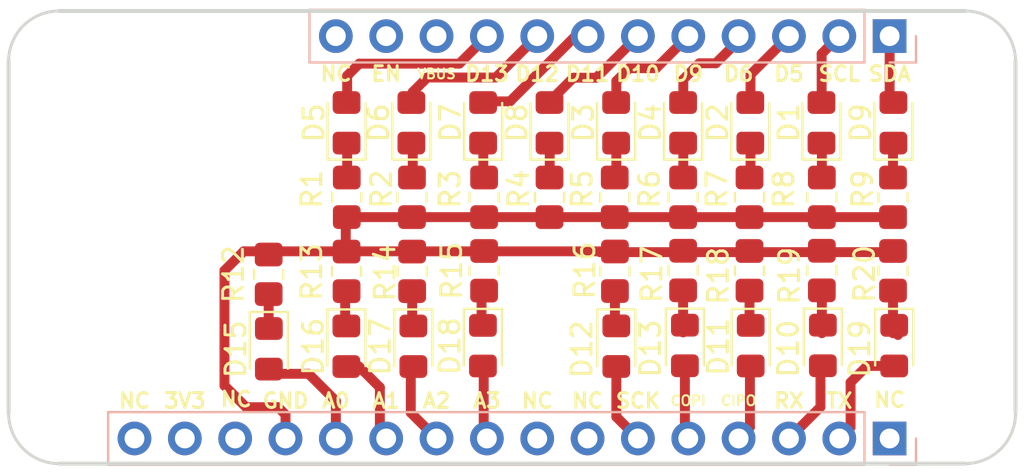
<source format=kicad_pcb>
(kicad_pcb (version 20211014) (generator pcbnew)
  (layers (0 "F.Cu" signal) (31 "B.Cu" signal) (34 "B.Paste" user) (35 "F.Paste" user) (36 "B.SilkS" user "B.Silkscreen") (37 "F.SilkS" user "F.Silkscreen") (38 "B.Mask" user) (39 "F.Mask" user) (44 "Edge.Cuts" user))
  (net 0 "")
  (net 1 "/TX")
  (net 2 "/RX")
  (net 3 "/MISO")
  (net 4 "/MOSI")
  (net 5 "/SCK")
  (net 6 "/A5")
  (net 7 "/A4")
  (net 8 "/A3")
  (net 9 "/A2")
  (net 10 "/A1")
  (net 11 "/A0")
  (net 12 "GND")
  (net 13 "+3V3")
  (net 14 "/SDA")
  (net 15 "/SCL")
  (net 16 "/VUSB")
  (net 17 "/EN")
  (net 18 "/VBAT")
  (net 19 "Net-(D1-Pad1)")
  (net 20 "Net-(D2-Pad1)")
  (net 21 "/D5")
  (net 22 "Net-(D3-Pad1)")
  (net 23 "/D9")
  (net 24 "Net-(D4-Pad1)")
  (net 25 "/D6")
  (net 26 "/D13")
  (net 27 "Net-(D5-Pad1)")
  (net 28 "Net-(D6-Pad1)")
  (net 29 "/D12")
  (net 30 "Net-(D7-Pad1)")
  (net 31 "/D11")
  (net 32 "/D10")
  (net 33 "Net-(D8-Pad1)")
  (net 34 "Net-(D9-Pad1)")
  (net 35 "Net-(D10-Pad1)")
  (net 36 "Net-(D11-Pad1)")
  (net 37 "Net-(D12-Pad1)")
  (net 38 "Net-(D13-Pad1)")
  (net 39 "Net-(D15-Pad1)")
  (net 40 "Net-(D16-Pad1)")
  (net 41 "Net-(D17-Pad1)")
  (net 42 "Net-(D18-Pad1)")
  (net 43 "Net-(D19-Pad1)")
  (net 44 "Net-(J1-Pad1)")
  (net 45 "Net-(J1-Pad14)")
  (net 46 "Net-(J1-Pad16)")
  (footprint "MountingHole:MountingHole_2.7mm_M2.5" (layer "F.Cu") (at 129.26 68.37)
    (fp_text reference "REF**" hide)
    (fp_text value "MountingHole_2.7mm_M2.5" hide)
    (pad "" np_thru_hole circle locked (at 0 0) (size 2.7 2.7) (drill 2.7) (layers *.Cu *.Mask))
  )
  (footprint "MountingHole:MountingHole_2.7mm_M2.5" (layer "F.Cu") (at 129.26 86.15)
    (fp_text reference "REF**" hide)
    (fp_text value "MountingHole_2.7mm_M2.5" hide)
    (pad "" np_thru_hole circle locked (at 0 0) (size 2.7 2.7) (drill 2.7) (layers *.Cu *.Mask))
  )
  (footprint "MountingHole:MountingHole_2.7mm_M2.5" (layer "F.Cu") (at 174.98 86.15)
    (fp_text reference "REF**" hide)
    (fp_text value "MountingHole_2.7mm_M2.5" hide)
    (pad "" np_thru_hole circle locked (at 0 0) (size 2.7 2.7) (drill 2.7) (layers *.Cu *.Mask))
  )
  (footprint "MountingHole:MountingHole_2.7mm_M2.5" (layer "F.Cu") (at 174.98 68.37)
    (fp_text reference "REF**" hide)
    (fp_text value "MountingHole_2.7mm_M2.5" hide)
    (pad "" np_thru_hole circle locked (at 0 0) (size 2.7 2.7) (drill 2.7) (layers *.Cu *.Mask))
  )
  (footprint "LED_SMD:LED_0805_2012Metric_Pad1.15x1.40mm_HandSolder" (layer "F.Cu") (at 164.14 71.4775 90)
    (fp_text reference "D2" (at 0 -1.65 90) (layer "F.SilkS"))
    (fp_text value "D5")
    (fp_line (start -1.86 -0.96) (end -1.86 0.96) (layer "F.SilkS") (width 0.12))
    (fp_line (start 1 -0.96) (end -1.86 -0.96) (layer "F.SilkS") (width 0.12))
    (fp_line (start -1.86 0.96) (end 1 0.96) (layer "F.SilkS") (width 0.12))
    (pad "1" smd roundrect locked (at -1.025 0 90) (size 1.15 1.4) (layers "F.Cu" "F.Paste" "F.Mask") (roundrect_rratio 0.217391) (net 20 "Net-(D2-Pad1)"))
    (pad "2" smd roundrect locked (at 1.025 0 90) (size 1.15 1.4) (layers "F.Cu" "F.Paste" "F.Mask") (roundrect_rratio 0.217391) (net 21 "/D5"))
  )
  (footprint "LED_SMD:LED_0805_2012Metric_Pad1.15x1.40mm_HandSolder" (layer "F.Cu") (at 157.37 71.4775 90)
    (fp_text reference "D3" (at 0 -1.65 90) (layer "F.SilkS"))
    (fp_text value "D9")
    (fp_line (start -1.86 0.96) (end 1 0.96) (layer "F.SilkS") (width 0.12))
    (fp_line (start 1 -0.96) (end -1.86 -0.96) (layer "F.SilkS") (width 0.12))
    (fp_line (start -1.86 -0.96) (end -1.86 0.96) (layer "F.SilkS") (width 0.12))
    (pad "1" smd roundrect locked (at -1.025 0 90) (size 1.15 1.4) (layers "F.Cu" "F.Paste" "F.Mask") (roundrect_rratio 0.217391) (net 22 "Net-(D3-Pad1)"))
    (pad "2" smd roundrect locked (at 1.025 0 90) (size 1.15 1.4) (layers "F.Cu" "F.Paste" "F.Mask") (roundrect_rratio 0.217391) (net 23 "/D9"))
  )
  (footprint "LED_SMD:LED_0805_2012Metric_Pad1.15x1.40mm_HandSolder" (layer "F.Cu") (at 160.75 71.4775 90)
    (fp_text reference "D4" (at 0 -1.65 90) (layer "F.SilkS"))
    (fp_text value "D6")
    (fp_line (start 1 -0.96) (end -1.86 -0.96) (layer "F.SilkS") (width 0.12))
    (fp_line (start -1.86 0.96) (end 1 0.96) (layer "F.SilkS") (width 0.12))
    (fp_line (start -1.86 -0.96) (end -1.86 0.96) (layer "F.SilkS") (width 0.12))
    (pad "1" smd roundrect locked (at -1.025 0 90) (size 1.15 1.4) (layers "F.Cu" "F.Paste" "F.Mask") (roundrect_rratio 0.217391) (net 24 "Net-(D4-Pad1)"))
    (pad "2" smd roundrect locked (at 1.025 0 90) (size 1.15 1.4) (layers "F.Cu" "F.Paste" "F.Mask") (roundrect_rratio 0.217391) (net 25 "/D6"))
  )
  (footprint "LED_SMD:LED_0805_2012Metric_Pad1.15x1.40mm_HandSolder" (layer "F.Cu") (at 143.77 71.4775 90)
    (fp_text reference "D5" (at 0 -1.65 90) (layer "F.SilkS"))
    (fp_text value "D13")
    (fp_line (start 1 -0.96) (end -1.86 -0.96) (layer "F.SilkS") (width 0.12))
    (fp_line (start -1.86 -0.96) (end -1.86 0.96) (layer "F.SilkS") (width 0.12))
    (fp_line (start -1.86 0.96) (end 1 0.96) (layer "F.SilkS") (width 0.12))
    (pad "1" smd roundrect locked (at -1.025 0 90) (size 1.15 1.4) (layers "F.Cu" "F.Paste" "F.Mask") (roundrect_rratio 0.217391) (net 27 "Net-(D5-Pad1)"))
    (pad "2" smd roundrect locked (at 1.025 0 90) (size 1.15 1.4) (layers "F.Cu" "F.Paste" "F.Mask") (roundrect_rratio 0.217391) (net 26 "/D13"))
  )
  (footprint "LED_SMD:LED_0805_2012Metric_Pad1.15x1.40mm_HandSolder" (layer "F.Cu") (at 147.04 71.4775 90)
    (fp_text reference "D6" (at 0 -1.65 90) (layer "F.SilkS"))
    (fp_text value "D12")
    (fp_line (start 1 -0.96) (end -1.86 -0.96) (layer "F.SilkS") (width 0.12))
    (fp_line (start -1.86 0.96) (end 1 0.96) (layer "F.SilkS") (width 0.12))
    (fp_line (start -1.86 -0.96) (end -1.86 0.96) (layer "F.SilkS") (width 0.12))
    (pad "1" smd roundrect locked (at -1.025 0 90) (size 1.15 1.4) (layers "F.Cu" "F.Paste" "F.Mask") (roundrect_rratio 0.217391) (net 28 "Net-(D6-Pad1)"))
    (pad "2" smd roundrect locked (at 1.025 0 90) (size 1.15 1.4) (layers "F.Cu" "F.Paste" "F.Mask") (roundrect_rratio 0.217391) (net 29 "/D12"))
  )
  (footprint "LED_SMD:LED_0805_2012Metric_Pad1.15x1.40mm_HandSolder" (layer "F.Cu") (at 150.66 71.4775 90)
    (fp_text reference "D7" (at 0 -1.65 90) (layer "F.SilkS"))
    (fp_text value "D11")
    (fp_line (start -1.86 -0.96) (end -1.86 0.96) (layer "F.SilkS") (width 0.12))
    (fp_line (start -1.86 0.96) (end 1 0.96) (layer "F.SilkS") (width 0.12))
    (fp_line (start 1 -0.96) (end -1.86 -0.96) (layer "F.SilkS") (width 0.12))
    (pad "1" smd roundrect locked (at -1.025 0 90) (size 1.15 1.4) (layers "F.Cu" "F.Paste" "F.Mask") (roundrect_rratio 0.217391) (net 30 "Net-(D7-Pad1)"))
    (pad "2" smd roundrect locked (at 1.025 0 90) (size 1.15 1.4) (layers "F.Cu" "F.Paste" "F.Mask") (roundrect_rratio 0.217391) (net 31 "/D11"))
  )
  (footprint "LED_SMD:LED_0805_2012Metric_Pad1.15x1.40mm_HandSolder" (layer "F.Cu") (at 154.01 71.4775 90)
    (fp_text reference "D8" (at 0 -1.65 90) (layer "F.SilkS"))
    (fp_text value "D10")
    (fp_line (start -1.86 0.96) (end 1 0.96) (layer "F.SilkS") (width 0.12))
    (fp_line (start 1 -0.96) (end -1.86 -0.96) (layer "F.SilkS") (width 0.12))
    (fp_line (start -1.86 -0.96) (end -1.86 0.96) (layer "F.SilkS") (width 0.12))
    (pad "1" smd roundrect locked (at -1.025 0 90) (size 1.15 1.4) (layers "F.Cu" "F.Paste" "F.Mask") (roundrect_rratio 0.217391) (net 33 "Net-(D8-Pad1)"))
    (pad "2" smd roundrect locked (at 1.025 0 90) (size 1.15 1.4) (layers "F.Cu" "F.Paste" "F.Mask") (roundrect_rratio 0.217391) (net 32 "/D10"))
  )
  (footprint "LED_SMD:LED_0805_2012Metric_Pad1.15x1.40mm_HandSolder" (layer "F.Cu") (at 171.36 71.4775 90)
    (fp_text reference "D9" (at 0 -1.65 270) (layer "F.SilkS"))
    (fp_text value "SDA")
    (fp_line (start 1 -0.96) (end -1.86 -0.96) (layer "F.SilkS") (width 0.12))
    (fp_line (start -1.86 -0.96) (end -1.86 0.96) (layer "F.SilkS") (width 0.12))
    (fp_line (start -1.86 0.96) (end 1 0.96) (layer "F.SilkS") (width 0.12))
    (pad "1" smd roundrect locked (at -1.025 0 90) (size 1.15 1.4) (layers "F.Cu" "F.Paste" "F.Mask") (roundrect_rratio 0.217391) (net 34 "Net-(D9-Pad1)"))
    (pad "2" smd roundrect locked (at 1.025 0 90) (size 1.15 1.4) (layers "F.Cu" "F.Paste" "F.Mask") (roundrect_rratio 0.217391) (net 14 "/SDA"))
  )
  (footprint "LED_SMD:LED_0805_2012Metric_Pad1.15x1.40mm_HandSolder" (layer "F.Cu") (at 157.38 82.75875 -90)
    (fp_text reference "D12" (at 0.1575 1.74 90) (layer "F.SilkS"))
    (fp_text value "A4")
    (fp_line (start -1.86 0.96) (end 1 0.96) (layer "F.SilkS") (width 0.12))
    (fp_line (start 1 -0.96) (end -1.86 -0.96) (layer "F.SilkS") (width 0.12))
    (fp_line (start -1.86 -0.96) (end -1.86 0.96) (layer "F.SilkS") (width 0.12))
    (pad "1" smd roundrect locked (at -1.025 0 270) (size 1.15 1.4) (layers "F.Cu" "F.Paste" "F.Mask") (roundrect_rratio 0.217391) (net 37 "Net-(D12-Pad1)"))
    (pad "2" smd roundrect locked (at 1.025 0 270) (size 1.15 1.4) (layers "F.Cu" "F.Paste" "F.Mask") (roundrect_rratio 0.217391) (net 5 "/SCK"))
  )
  (footprint "LED_SMD:LED_0805_2012Metric_Pad1.15x1.40mm_HandSolder" (layer "F.Cu") (at 160.84 82.7225 -90)
    (fp_text reference "D13" (at 0.1575 1.74 90) (layer "F.SilkS"))
    (fp_text value "A5")
    (fp_line (start -1.86 -0.96) (end -1.86 0.96) (layer "F.SilkS") (width 0.12))
    (fp_line (start 1 -0.96) (end -1.86 -0.96) (layer "F.SilkS") (width 0.12))
    (fp_line (start -1.86 0.96) (end 1 0.96) (layer "F.SilkS") (width 0.12))
    (pad "1" smd roundrect locked (at -1.025 0 270) (size 1.15 1.4) (layers "F.Cu" "F.Paste" "F.Mask") (roundrect_rratio 0.217391) (net 38 "Net-(D13-Pad1)"))
    (pad "2" smd roundrect locked (at 1.025 0 270) (size 1.15 1.4) (layers "F.Cu" "F.Paste" "F.Mask") (roundrect_rratio 0.217391) (net 4 "/MOSI"))
  )
  (footprint "LED_SMD:LED_0805_2012Metric_Pad1.15x1.40mm_HandSolder" (layer "F.Cu") (at 139.85 82.8925 -90)
    (fp_text reference "D15" (at 0.02 1.67 90) (layer "F.SilkS"))
    (fp_text value "A0")
    (fp_line (start -1.86 -0.96) (end -1.86 0.96) (layer "F.SilkS") (width 0.12))
    (fp_line (start -1.86 0.96) (end 1 0.96) (layer "F.SilkS") (width 0.12))
    (fp_line (start 1 -0.96) (end -1.86 -0.96) (layer "F.SilkS") (width 0.12))
    (pad "1" smd roundrect locked (at -1.025 0 270) (size 1.15 1.4) (layers "F.Cu" "F.Paste" "F.Mask") (roundrect_rratio 0.217391) (net 39 "Net-(D15-Pad1)"))
    (pad "2" smd roundrect locked (at 1.025 0 270) (size 1.15 1.4) (layers "F.Cu" "F.Paste" "F.Mask") (roundrect_rratio 0.217391) (net 11 "/A0"))
  )
  (footprint "LED_SMD:LED_0805_2012Metric_Pad1.15x1.40mm_HandSolder" (layer "F.Cu") (at 147.14 82.7625 -90)
    (fp_text reference "D17" (at 0.02 1.67 90) (layer "F.SilkS"))
    (fp_text value "A2")
    (fp_line (start 1 -0.96) (end -1.86 -0.96) (layer "F.SilkS") (width 0.12))
    (fp_line (start -1.86 0.96) (end 1 0.96) (layer "F.SilkS") (width 0.12))
    (fp_line (start -1.86 -0.96) (end -1.86 0.96) (layer "F.SilkS") (width 0.12))
    (pad "1" smd roundrect locked (at -1.025 0 270) (size 1.15 1.4) (layers "F.Cu" "F.Paste" "F.Mask") (roundrect_rratio 0.217391) (net 41 "Net-(D17-Pad1)"))
    (pad "2" smd roundrect locked (at 1.025 0 270) (size 1.15 1.4) (layers "F.Cu" "F.Paste" "F.Mask") (roundrect_rratio 0.217391) (net 9 "/A2"))
  )
  (footprint "LED_SMD:LED_0805_2012Metric_Pad1.15x1.40mm_HandSolder" (layer "F.Cu") (at 150.65 82.735 -90)
    (fp_text reference "D18" (at 0.02 1.67 90) (layer "F.SilkS"))
    (fp_text value "A3")
    (fp_line (start -1.86 0.96) (end 1 0.96) (layer "F.SilkS") (width 0.12))
    (fp_line (start 1 -0.96) (end -1.86 -0.96) (layer "F.SilkS") (width 0.12))
    (fp_line (start -1.86 -0.96) (end -1.86 0.96) (layer "F.SilkS") (width 0.12))
    (pad "1" smd roundrect locked (at -1.025 0 270) (size 1.15 1.4) (layers "F.Cu" "F.Paste" "F.Mask") (roundrect_rratio 0.217391) (net 42 "Net-(D18-Pad1)"))
    (pad "2" smd roundrect locked (at 1.025 0 270) (size 1.15 1.4) (layers "F.Cu" "F.Paste" "F.Mask") (roundrect_rratio 0.217391) (net 8 "/A3"))
  )
  (footprint "Resistor_SMD:R_0805_2012Metric_Pad1.20x1.40mm_HandSolder" (layer "F.Cu") (at 143.78 75.24 -90)
    (fp_text reference "R1" (at -0.41 1.77 90) (layer "F.SilkS"))
    (fp_text value "1K")
    (fp_line (start -0.227064 -0.735) (end 0.227064 -0.735) (layer "F.SilkS") (width 0.12))
    (fp_line (start -0.227064 0.735) (end 0.227064 0.735) (layer "F.SilkS") (width 0.12))
    (pad "1" smd roundrect locked (at -1 0 270) (size 1.2 1.4) (layers "F.Cu" "F.Paste" "F.Mask") (roundrect_rratio 0.208333) (net 27 "Net-(D5-Pad1)"))
    (pad "2" smd roundrect locked (at 1 0 270) (size 1.2 1.4) (layers "F.Cu" "F.Paste" "F.Mask") (roundrect_rratio 0.208333) (net 12 "GND"))
  )
  (footprint "Resistor_SMD:R_0805_2012Metric_Pad1.20x1.40mm_HandSolder" (layer "F.Cu") (at 147.07 75.24 -90)
    (fp_text reference "R2" (at -0.41 1.54 90) (layer "F.SilkS"))
    (fp_text value "1K")
    (fp_line (start -0.227064 0.735) (end 0.227064 0.735) (layer "F.SilkS") (width 0.12))
    (fp_line (start -0.227064 -0.735) (end 0.227064 -0.735) (layer "F.SilkS") (width 0.12))
    (pad "1" smd roundrect locked (at -1 0 270) (size 1.2 1.4) (layers "F.Cu" "F.Paste" "F.Mask") (roundrect_rratio 0.208333) (net 28 "Net-(D6-Pad1)"))
    (pad "2" smd roundrect locked (at 1 0 270) (size 1.2 1.4) (layers "F.Cu" "F.Paste" "F.Mask") (roundrect_rratio 0.208333) (net 12 "GND"))
  )
  (footprint "Resistor_SMD:R_0805_2012Metric_Pad1.20x1.40mm_HandSolder" (layer "F.Cu") (at 150.71 75.24 -90)
    (fp_text reference "R3" (at -0.41 1.72 90) (layer "F.SilkS"))
    (fp_text value "1K")
    (fp_line (start -0.227064 0.735) (end 0.227064 0.735) (layer "F.SilkS") (width 0.12))
    (fp_line (start -0.227064 -0.735) (end 0.227064 -0.735) (layer "F.SilkS") (width 0.12))
    (pad "1" smd roundrect locked (at -1 0 270) (size 1.2 1.4) (layers "F.Cu" "F.Paste" "F.Mask") (roundrect_rratio 0.208333) (net 30 "Net-(D7-Pad1)"))
    (pad "2" smd roundrect locked (at 1 0 270) (size 1.2 1.4) (layers "F.Cu" "F.Paste" "F.Mask") (roundrect_rratio 0.208333) (net 12 "GND"))
  )
  (footprint "Resistor_SMD:R_0805_2012Metric_Pad1.20x1.40mm_HandSolder" (layer "F.Cu") (at 154.01 75.24 -90)
    (fp_text reference "R4" (at -0.41 1.56 90) (layer "F.SilkS"))
    (fp_text value "1K")
    (fp_line (start -0.227064 0.735) (end 0.227064 0.735) (layer "F.SilkS") (width 0.12))
    (fp_line (start -0.227064 -0.735) (end 0.227064 -0.735) (layer "F.SilkS") (width 0.12))
    (pad "1" smd roundrect locked (at -1 0 270) (size 1.2 1.4) (layers "F.Cu" "F.Paste" "F.Mask") (roundrect_rratio 0.208333) (net 33 "Net-(D8-Pad1)"))
    (pad "2" smd roundrect locked (at 1 0 270) (size 1.2 1.4) (layers "F.Cu" "F.Paste" "F.Mask") (roundrect_rratio 0.208333) (net 12 "GND"))
  )
  (footprint "Resistor_SMD:R_0805_2012Metric_Pad1.20x1.40mm_HandSolder" (layer "F.Cu") (at 157.3 75.24 -90)
    (fp_text reference "R5" (at -0.41 1.65 90) (layer "F.SilkS"))
    (fp_text value "1K")
    (fp_line (start -0.227064 -0.735) (end 0.227064 -0.735) (layer "F.SilkS") (width 0.12))
    (fp_line (start -0.227064 0.735) (end 0.227064 0.735) (layer "F.SilkS") (width 0.12))
    (pad "1" smd roundrect locked (at -1 0 270) (size 1.2 1.4) (layers "F.Cu" "F.Paste" "F.Mask") (roundrect_rratio 0.208333) (net 22 "Net-(D3-Pad1)"))
    (pad "2" smd roundrect locked (at 1 0 270) (size 1.2 1.4) (layers "F.Cu" "F.Paste" "F.Mask") (roundrect_rratio 0.208333) (net 12 "GND"))
  )
  (footprint "Resistor_SMD:R_0805_2012Metric_Pad1.20x1.40mm_HandSolder" (layer "F.Cu") (at 160.75 75.24 -90)
    (fp_text reference "R6" (at -0.41 1.7 90) (layer "F.SilkS"))
    (fp_text value "1K")
    (fp_line (start -0.227064 0.735) (end 0.227064 0.735) (layer "F.SilkS") (width 0.12))
    (fp_line (start -0.227064 -0.735) (end 0.227064 -0.735) (layer "F.SilkS") (width 0.12))
    (pad "1" smd roundrect locked (at -1 0 270) (size 1.2 1.4) (layers "F.Cu" "F.Paste" "F.Mask") (roundrect_rratio 0.208333) (net 24 "Net-(D4-Pad1)"))
    (pad "2" smd roundrect locked (at 1 0 270) (size 1.2 1.4) (layers "F.Cu" "F.Paste" "F.Mask") (roundrect_rratio 0.208333) (net 12 "GND"))
  )
  (footprint "Resistor_SMD:R_0805_2012Metric_Pad1.20x1.40mm_HandSolder" (layer "F.Cu") (at 164.1 75.24 -90)
    (fp_text reference "R7" (at -0.41 1.65 90) (layer "F.SilkS"))
    (fp_text value "1K")
    (fp_line (start -0.227064 -0.735) (end 0.227064 -0.735) (layer "F.SilkS") (width 0.12))
    (fp_line (start -0.227064 0.735) (end 0.227064 0.735) (layer "F.SilkS") (width 0.12))
    (pad "1" smd roundrect locked (at -1 0 270) (size 1.2 1.4) (layers "F.Cu" "F.Paste" "F.Mask") (roundrect_rratio 0.208333) (net 20 "Net-(D2-Pad1)"))
    (pad "2" smd roundrect locked (at 1 0 270) (size 1.2 1.4) (layers "F.Cu" "F.Paste" "F.Mask") (roundrect_rratio 0.208333) (net 12 "GND"))
  )
  (footprint "Resistor_SMD:R_0805_2012Metric_Pad1.20x1.40mm_HandSolder" (layer "F.Cu") (at 167.75 75.24 -90)
    (fp_text reference "R8" (at -0.41 1.92 -90) (layer "F.SilkS"))
    (fp_text value "1K")
    (fp_line (start -0.227064 0.735) (end 0.227064 0.735) (layer "F.SilkS") (width 0.12))
    (fp_line (start -0.227064 -0.735) (end 0.227064 -0.735) (layer "F.SilkS") (width 0.12))
    (pad "1" smd roundrect locked (at -1 0 270) (size 1.2 1.4) (layers "F.Cu" "F.Paste" "F.Mask") (roundrect_rratio 0.208333) (net 19 "Net-(D1-Pad1)"))
    (pad "2" smd roundrect locked (at 1 0 270) (size 1.2 1.4) (layers "F.Cu" "F.Paste" "F.Mask") (roundrect_rratio 0.208333) (net 12 "GND"))
  )
  (footprint "Resistor_SMD:R_0805_2012Metric_Pad1.20x1.40mm_HandSolder" (layer "F.Cu") (at 171.34 75.24 -90)
    (fp_text reference "R9" (at -0.41 1.54 -90) (layer "F.SilkS"))
    (fp_text value "1K")
    (fp_line (start -0.227064 0.735) (end 0.227064 0.735) (layer "F.SilkS") (width 0.12))
    (fp_line (start -0.227064 -0.735) (end 0.227064 -0.735) (layer "F.SilkS") (width 0.12))
    (pad "1" smd roundrect locked (at -1 0 270) (size 1.2 1.4) (layers "F.Cu" "F.Paste" "F.Mask") (roundrect_rratio 0.208333) (net 34 "Net-(D9-Pad1)"))
    (pad "2" smd roundrect locked (at 1 0 270) (size 1.2 1.4) (layers "F.Cu" "F.Paste" "F.Mask") (roundrect_rratio 0.208333) (net 12 "GND"))
  )
  (footprint "Resistor_SMD:R_0805_2012Metric_Pad1.20x1.40mm_HandSolder" (layer "F.Cu") (at 139.84 79.13 90)
    (fp_text reference "R12" (at 0 -1.78 90) (layer "F.SilkS"))
    (fp_text value "1K")
    (fp_line (start -0.227064 -0.735) (end 0.227064 -0.735) (layer "F.SilkS") (width 0.12))
    (fp_line (start -0.227064 0.735) (end 0.227064 0.735) (layer "F.SilkS") (width 0.12))
    (pad "1" smd roundrect locked (at -1 0 90) (size 1.2 1.4) (layers "F.Cu" "F.Paste" "F.Mask") (roundrect_rratio 0.208333) (net 39 "Net-(D15-Pad1)"))
    (pad "2" smd roundrect locked (at 1 0 90) (size 1.2 1.4) (layers "F.Cu" "F.Paste" "F.Mask") (roundrect_rratio 0.208333) (net 12 "GND"))
  )
  (footprint "Resistor_SMD:R_0805_2012Metric_Pad1.20x1.40mm_HandSolder" (layer "F.Cu") (at 143.77 78.98 90)
    (fp_text reference "R13" (at -0.03 -1.76 90) (layer "F.SilkS"))
    (fp_text value "1K")
    (fp_line (start -0.227064 -0.735) (end 0.227064 -0.735) (layer "F.SilkS") (width 0.12))
    (fp_line (start -0.227064 0.735) (end 0.227064 0.735) (layer "F.SilkS") (width 0.12))
    (pad "1" smd roundrect locked (at -1 0 90) (size 1.2 1.4) (layers "F.Cu" "F.Paste" "F.Mask") (roundrect_rratio 0.208333) (net 40 "Net-(D16-Pad1)"))
    (pad "2" smd roundrect locked (at 1 0 90) (size 1.2 1.4) (layers "F.Cu" "F.Paste" "F.Mask") (roundrect_rratio 0.208333) (net 12 "GND"))
  )
  (footprint "Resistor_SMD:R_0805_2012Metric_Pad1.20x1.40mm_HandSolder" (layer "F.Cu") (at 147.08 78.98 90)
    (fp_text reference "R14" (at -0.06 -1.37 90) (layer "F.SilkS"))
    (fp_text value "1K")
    (fp_line (start -0.227064 -0.735) (end 0.227064 -0.735) (layer "F.SilkS") (width 0.12))
    (fp_line (start -0.227064 0.735) (end 0.227064 0.735) (layer "F.SilkS") (width 0.12))
    (pad "1" smd roundrect locked (at -1 0 90) (size 1.2 1.4) (layers "F.Cu" "F.Paste" "F.Mask") (roundrect_rratio 0.208333) (net 41 "Net-(D17-Pad1)"))
    (pad "2" smd roundrect locked (at 1 0 90) (size 1.2 1.4) (layers "F.Cu" "F.Paste" "F.Mask") (roundrect_rratio 0.208333) (net 12 "GND"))
  )
  (footprint "Resistor_SMD:R_0805_2012Metric_Pad1.20x1.40mm_HandSolder" (layer "F.Cu") (at 150.71 78.9525 90)
    (fp_text reference "R15" (at 0 -1.64 90) (layer "F.SilkS"))
    (fp_text value "1K")
    (fp_line (start -0.227064 -0.735) (end 0.227064 -0.735) (layer "F.SilkS") (width 0.12))
    (fp_line (start -0.227064 0.735) (end 0.227064 0.735) (layer "F.SilkS") (width 0.12))
    (pad "1" smd roundrect locked (at -1 0 90) (size 1.2 1.4) (layers "F.Cu" "F.Paste" "F.Mask") (roundrect_rratio 0.208333) (net 42 "Net-(D18-Pad1)"))
    (pad "2" smd roundrect locked (at 1 0 90) (size 1.2 1.4) (layers "F.Cu" "F.Paste" "F.Mask") (roundrect_rratio 0.208333) (net 12 "GND"))
  )
  (footprint "Resistor_SMD:R_0805_2012Metric_Pad1.20x1.40mm_HandSolder" (layer "F.Cu") (at 157.31 78.97625 90)
    (fp_text reference "R16" (at 0.0425 -1.52 90) (layer "F.SilkS"))
    (fp_text value "1K")
    (fp_line (start -0.227064 0.735) (end 0.227064 0.735) (layer "F.SilkS") (width 0.12))
    (fp_line (start -0.227064 -0.735) (end 0.227064 -0.735) (layer "F.SilkS") (width 0.12))
    (pad "1" smd roundrect locked (at -1 0 90) (size 1.2 1.4) (layers "F.Cu" "F.Paste" "F.Mask") (roundrect_rratio 0.208333) (net 37 "Net-(D12-Pad1)"))
    (pad "2" smd roundrect locked (at 1 0 90) (size 1.2 1.4) (layers "F.Cu" "F.Paste" "F.Mask") (roundrect_rratio 0.208333) (net 12 "GND"))
  )
  (footprint "Resistor_SMD:R_0805_2012Metric_Pad1.20x1.40mm_HandSolder" (layer "F.Cu") (at 164.1 78.95125 90)
    (fp_text reference "R18" (at -0.2575 -1.58 90) (layer "F.SilkS"))
    (fp_text value "1K")
    (fp_line (start -0.227064 -0.735) (end 0.227064 -0.735) (layer "F.SilkS") (width 0.12))
    (fp_line (start -0.227064 0.735) (end 0.227064 0.735) (layer "F.SilkS") (width 0.12))
    (pad "1" smd roundrect locked (at -1 0 90) (size 1.2 1.4) (layers "F.Cu" "F.Paste" "F.Mask") (roundrect_rratio 0.208333) (net 36 "Net-(D11-Pad1)"))
    (pad "2" smd roundrect locked (at 1 0 90) (size 1.2 1.4) (layers "F.Cu" "F.Paste" "F.Mask") (roundrect_rratio 0.208333) (net 12 "GND"))
  )
  (footprint "Resistor_SMD:R_0805_2012Metric_Pad1.20x1.40mm_HandSolder" (layer "F.Cu") (at 167.75 78.94 90)
    (fp_text reference "R19" (at -0.2675 -1.64 90) (layer "F.SilkS"))
    (fp_text value "1K")
    (fp_line (start -0.227064 0.735) (end 0.227064 0.735) (layer "F.SilkS") (width 0.12))
    (fp_line (start -0.227064 -0.735) (end 0.227064 -0.735) (layer "F.SilkS") (width 0.12))
    (pad "1" smd roundrect locked (at -1 0 90) (size 1.2 1.4) (layers "F.Cu" "F.Paste" "F.Mask") (roundrect_rratio 0.208333) (net 35 "Net-(D10-Pad1)"))
    (pad "2" smd roundrect locked (at 1 0 90) (size 1.2 1.4) (layers "F.Cu" "F.Paste" "F.Mask") (roundrect_rratio 0.208333) (net 12 "GND"))
  )
  (footprint "Resistor_SMD:R_0805_2012Metric_Pad1.20x1.40mm_HandSolder" (layer "F.Cu") (at 171.34 78.95 90)
    (fp_text reference "R20" (at -0.1575 -1.44 90) (layer "F.SilkS"))
    (fp_text value "1K")
    (fp_line (start -0.227064 0.735) (end 0.227064 0.735) (layer "F.SilkS") (width 0.12))
    (fp_line (start -0.227064 -0.735) (end 0.227064 -0.735) (layer "F.SilkS") (width 0.12))
    (pad "1" smd roundrect locked (at -1 0 90) (size 1.2 1.4) (layers "F.Cu" "F.Paste" "F.Mask") (roundrect_rratio 0.208333) (net 43 "Net-(D19-Pad1)"))
    (pad "2" smd roundrect locked (at 1 0 90) (size 1.2 1.4) (layers "F.Cu" "F.Paste" "F.Mask") (roundrect_rratio 0.208333) (net 12 "GND"))
  )
  (footprint "LED_SMD:LED_0805_2012Metric_Pad1.15x1.40mm_HandSolder" (layer "F.Cu") (at 167.73 71.4775 90)
    (fp_text reference "D1" (at 0 -1.65 90) (layer "F.SilkS"))
    (fp_text value "SCL")
    (fp_line (start 1 -0.96) (end -1.86 -0.96) (layer "F.SilkS") (width 0.12))
    (fp_line (start -1.86 -0.96) (end -1.86 0.96) (layer "F.SilkS") (width 0.12))
    (fp_line (start -1.86 0.96) (end 1 0.96) (layer "F.SilkS") (width 0.12))
    (pad "1" smd roundrect locked (at -1.025 0 90) (size 1.15 1.4) (layers "F.Cu" "F.Paste" "F.Mask") (roundrect_rratio 0.217391) (net 19 "Net-(D1-Pad1)"))
    (pad "2" smd roundrect locked (at 1.025 0 90) (size 1.15 1.4) (layers "F.Cu" "F.Paste" "F.Mask") (roundrect_rratio 0.217391) (net 15 "/SCL"))
  )
  (footprint "Resistor_SMD:R_0805_2012Metric_Pad1.20x1.40mm_HandSolder" (layer "F.Cu") (at 160.75 78.94 90)
    (fp_text reference "R17" (at -0.1775 -1.58 90) (layer "F.SilkS"))
    (fp_text value "1K")
    (fp_line (start -0.227064 -0.735) (end 0.227064 -0.735) (layer "F.SilkS") (width 0.12))
    (fp_line (start -0.227064 0.735) (end 0.227064 0.735) (layer "F.SilkS") (width 0.12))
    (pad "1" smd roundrect locked (at -1 0 90) (size 1.2 1.4) (layers "F.Cu" "F.Paste" "F.Mask") (roundrect_rratio 0.208333) (net 38 "Net-(D13-Pad1)"))
    (pad "2" smd roundrect locked (at 1 0 90) (size 1.2 1.4) (layers "F.Cu" "F.Paste" "F.Mask") (roundrect_rratio 0.208333) (net 12 "GND"))
  )
  (footprint "LED_SMD:LED_0805_2012Metric_Pad1.15x1.40mm_HandSolder" (layer "F.Cu") (at 167.8 82.7225 -90)
    (fp_text reference "D10" (at 0.1575 1.74 90) (layer "F.SilkS"))
    (fp_text value "MOSI")
    (fp_line (start 1 -0.96) (end -1.86 -0.96) (layer "F.SilkS") (width 0.12))
    (fp_line (start -1.86 0.96) (end 1 0.96) (layer "F.SilkS") (width 0.12))
    (fp_line (start -1.86 -0.96) (end -1.86 0.96) (layer "F.SilkS") (width 0.12))
    (pad "1" smd roundrect locked (at -1.025 0 270) (size 1.15 1.4) (layers "F.Cu" "F.Paste" "F.Mask") (roundrect_rratio 0.217391) (net 35 "Net-(D10-Pad1)"))
    (pad "2" smd roundrect locked (at 1.025 0 270) (size 1.15 1.4) (layers "F.Cu" "F.Paste" "F.Mask") (roundrect_rratio 0.217391) (net 2 "/RX"))
  )
  (footprint "LED_SMD:LED_0805_2012Metric_Pad1.15x1.40mm_HandSolder" (layer "F.Cu") (at 143.76 82.7625 -90)
    (fp_text reference "D16" (at 0.02 1.67 90) (layer "F.SilkS"))
    (fp_text value "A1")
    (fp_line (start 1 -0.96) (end -1.86 -0.96) (layer "F.SilkS") (width 0.12))
    (fp_line (start -1.86 0.96) (end 1 0.96) (layer "F.SilkS") (width 0.12))
    (fp_line (start -1.86 -0.96) (end -1.86 0.96) (layer "F.SilkS") (width 0.12))
    (pad "1" smd roundrect locked (at -1.025 0 270) (size 1.15 1.4) (layers "F.Cu" "F.Paste" "F.Mask") (roundrect_rratio 0.217391) (net 40 "Net-(D16-Pad1)"))
    (pad "2" smd roundrect locked (at 1.025 0 270) (size 1.15 1.4) (layers "F.Cu" "F.Paste" "F.Mask") (roundrect_rratio 0.217391) (net 10 "/A1"))
  )
  (footprint "LED_SMD:LED_0805_2012Metric_Pad1.15x1.40mm_HandSolder" (layer "F.Cu") (at 171.4 82.7325 -90)
    (fp_text reference "D19" (at 0.1575 1.74 90) (layer "F.SilkS"))
    (fp_text value "MISO")
    (fp_line (start -1.86 0.96) (end 1 0.96) (layer "F.SilkS") (width 0.12))
    (fp_line (start -1.86 -0.96) (end -1.86 0.96) (layer "F.SilkS") (width 0.12))
    (fp_line (start 1 -0.96) (end -1.86 -0.96) (layer "F.SilkS") (width 0.12))
    (pad "1" smd roundrect locked (at -1.025 0 270) (size 1.15 1.4) (layers "F.Cu" "F.Paste" "F.Mask") (roundrect_rratio 0.217391) (net 43 "Net-(D19-Pad1)"))
    (pad "2" smd roundrect locked (at 1.025 0 270) (size 1.15 1.4) (layers "F.Cu" "F.Paste" "F.Mask") (roundrect_rratio 0.217391) (net 1 "/TX"))
  )
  (footprint "LED_SMD:LED_0805_2012Metric_Pad1.15x1.40mm_HandSolder" (layer "F.Cu") (at 164.16 82.73375 -90)
    (fp_text reference "D11" (at 0.0575 1.64 90) (layer "F.SilkS"))
    (fp_text value "SCK")
    (fp_line (start -1.86 -0.96) (end -1.86 0.96) (layer "F.SilkS") (width 0.12))
    (fp_line (start 1 -0.96) (end -1.86 -0.96) (layer "F.SilkS") (width 0.12))
    (fp_line (start -1.86 0.96) (end 1 0.96) (layer "F.SilkS") (width 0.12))
    (pad "1" smd roundrect locked (at -1.025 0 270) (size 1.15 1.4) (layers "F.Cu" "F.Paste" "F.Mask") (roundrect_rratio 0.217391) (net 36 "Net-(D11-Pad1)"))
    (pad "2" smd roundrect locked (at 1.025 0 270) (size 1.15 1.4) (layers "F.Cu" "F.Paste" "F.Mask") (roundrect_rratio 0.217391) (net 3 "/MISO"))
  )
  (footprint "Connector_PinHeader_2.54mm:PinHeader_1x16_P2.54mm_Vertical" (layer "B.Cu") (at 171.17 87.42 90)
    (fp_text reference "J1" hide)
    (fp_text value "feather long" hide)
    (fp_line (start -1.33 1.33) (end 0 1.33) (layer "B.SilkS") (width 0.12))
    (fp_line (start -1.33 -1.27) (end 1.33 -1.27) (layer "B.SilkS") (width 0.12))
    (fp_line (start 1.33 -1.27) (end 1.33 -39.43) (layer "B.SilkS") (width 0.12))
    (fp_line (start -1.33 0) (end -1.33 1.33) (layer "B.SilkS") (width 0.12))
    (fp_line (start -1.33 -1.27) (end -1.33 -39.43) (layer "B.SilkS") (width 0.12))
    (fp_line (start -1.33 -39.43) (end 1.33 -39.43) (layer "B.SilkS") (width 0.12))
    (pad "1" thru_hole rect locked (at 0 0 90) (size 1.7 1.7) (drill 1) (layers *.Cu *.Mask) (net 44 "Net-(J1-Pad1)"))
    (pad "2" thru_hole oval locked (at 0 -2.54 90) (size 1.7 1.7) (drill 1) (layers *.Cu *.Mask) (net 1 "/TX"))
    (pad "3" thru_hole oval locked (at 0 -5.08 90) (size 1.7 1.7) (drill 1) (layers *.Cu *.Mask) (net 2 "/RX"))
    (pad "4" thru_hole oval locked (at 0 -7.62 90) (size 1.7 1.7) (drill 1) (layers *.Cu *.Mask) (net 3 "/MISO"))
    (pad "5" thru_hole oval locked (at 0 -10.16 90) (size 1.7 1.7) (drill 1) (layers *.Cu *.Mask) (net 4 "/MOSI"))
    (pad "6" thru_hole oval locked (at 0 -12.7 90) (size 1.7 1.7) (drill 1) (layers *.Cu *.Mask) (net 5 "/SCK"))
    (pad "7" thru_hole oval locked (at 0 -15.24 90) (size 1.7 1.7) (drill 1) (layers *.Cu *.Mask) (net 6 "/A5"))
    (pad "8" thru_hole oval locked (at 0 -17.78 90) (size 1.7 1.7) (drill 1) (layers *.Cu *.Mask) (net 7 "/A4"))
    (pad "9" thru_hole oval locked (at 0 -20.32 90) (size 1.7 1.7) (drill 1) (layers *.Cu *.Mask) (net 8 "/A3"))
    (pad "10" thru_hole oval locked (at 0 -22.86 90) (size 1.7 1.7) (drill 1) (layers *.Cu *.Mask) (net 9 "/A2"))
    (pad "11" thru_hole oval locked (at 0 -25.4 90) (size 1.7 1.7) (drill 1) (layers *.Cu *.Mask) (net 10 "/A1"))
    (pad "12" thru_hole oval locked (at 0 -27.94 90) (size 1.7 1.7) (drill 1) (layers *.Cu *.Mask) (net 11 "/A0"))
    (pad "13" thru_hole oval locked (at 0 -30.48 90) (size 1.7 1.7) (drill 1) (layers *.Cu *.Mask) (net 12 "GND"))
    (pad "14" thru_hole oval locked (at 0 -33.02 90) (size 1.7 1.7) (drill 1) (layers *.Cu *.Mask) (net 45 "Net-(J1-Pad14)"))
    (pad "15" thru_hole oval locked (at 0 -35.56 90) (size 1.7 1.7) (drill 1) (layers *.Cu *.Mask) (net 13 "+3V3"))
    (pad "16" thru_hole oval locked (at 0 -38.1 90) (size 1.7 1.7) (drill 1) (layers *.Cu *.Mask) (net 46 "Net-(J1-Pad16)"))
  )
  (footprint "Connector_PinHeader_2.54mm:PinHeader_1x12_P2.54mm_Vertical" (layer "B.Cu") (at 171.17 67.1 90)
    (fp_text reference "J2" hide)
    (fp_text value "feather short" hide)
    (fp_line (start -1.33 -29.27) (end 1.33 -29.27) (layer "B.SilkS") (width 0.12))
    (fp_line (start -1.33 -1.27) (end 1.33 -1.27) (layer "B.SilkS") (width 0.12))
    (fp_line (start -1.33 1.33) (end 0 1.33) (layer "B.SilkS") (width 0.12))
    (fp_line (start -1.33 -1.27) (end -1.33 -29.27) (layer "B.SilkS") (width 0.12))
    (fp_line (start 1.33 -1.27) (end 1.33 -29.27) (layer "B.SilkS") (width 0.12))
    (fp_line (start -1.33 0) (end -1.33 1.33) (layer "B.SilkS") (width 0.12))
    (pad "1" thru_hole rect locked (at 0 0 90) (size 1.7 1.7) (drill 1) (layers *.Cu *.Mask) (net 14 "/SDA"))
    (pad "2" thru_hole oval locked (at 0 -2.54 90) (size 1.7 1.7) (drill 1) (layers *.Cu *.Mask) (net 15 "/SCL"))
    (pad "3" thru_hole oval locked (at 0 -5.08 90) (size 1.7 1.7) (drill 1) (layers *.Cu *.Mask) (net 21 "/D5"))
    (pad "4" thru_hole oval locked (at 0 -7.62 90) (size 1.7 1.7) (drill 1) (layers *.Cu *.Mask) (net 25 "/D6"))
    (pad "5" thru_hole oval locked (at 0 -10.16 90) (size 1.7 1.7) (drill 1) (layers *.Cu *.Mask) (net 23 "/D9"))
    (pad "6" thru_hole oval locked (at 0 -12.7 90) (size 1.7 1.7) (drill 1) (layers *.Cu *.Mask) (net 32 "/D10"))
    (pad "7" thru_hole oval locked (at 0 -15.24 90) (size 1.7 1.7) (drill 1) (layers *.Cu *.Mask) (net 31 "/D11"))
    (pad "8" thru_hole oval locked (at 0 -17.78 90) (size 1.7 1.7) (drill 1) (layers *.Cu *.Mask) (net 29 "/D12"))
    (pad "9" thru_hole oval locked (at 0 -20.32 90) (size 1.7 1.7) (drill 1) (layers *.Cu *.Mask) (net 26 "/D13"))
    (pad "10" thru_hole oval locked (at 0 -22.86 90) (size 1.7 1.7) (drill 1) (layers *.Cu *.Mask) (net 16 "/VUSB"))
    (pad "11" thru_hole oval locked (at 0 -25.4 90) (size 1.7 1.7) (drill 1) (layers *.Cu *.Mask) (net 17 "/EN"))
    (pad "12" thru_hole oval locked (at 0 -27.94 90) (size 1.7 1.7) (drill 1) (layers *.Cu *.Mask) (net 18 "/VBAT"))
  )
  (gr_arc (start 177.52 86.15) (mid 176.776051 87.946051) (end 174.98 88.69) (layer "Edge.Cuts") (width 0.15))
  (gr_line (start 177.52 68.37) (end 177.52 86.15) (layer "Edge.Cuts") (width 0.2))
  (gr_arc (start 126.72 68.37) (mid 127.463949 66.573949) (end 129.26 65.83) (layer "Edge.Cuts") (width 0.15))
  (gr_line (start 129.26 65.83) (end 174.98 65.83) (layer "Edge.Cuts") (width 0.2))
  (gr_arc (start 174.98 65.83) (mid 176.776051 66.573949) (end 177.52 68.37) (layer "Edge.Cuts") (width 0.15))
  (gr_line (start 174.98 88.69) (end 129.26 88.69) (layer "Edge.Cuts") (width 0.2))
  (gr_line (start 126.72 86.15) (end 126.72 68.37) (layer "Edge.Cuts") (width 0.2))
  (gr_arc (start 129.26 88.69) (mid 127.463949 87.946051) (end 126.72 86.15) (layer "Edge.Cuts") (width 0.15))
  (gr_text "3V3" (at 135.61 85.515) (layer "F.SilkS") (effects (font (size 0.75 0.75))))
  (gr_text "GND" (at 140.69 85.515) (layer "F.SilkS") (effects (font (size 0.75 0.75))))
  (gr_text "A0" (at 143.23 85.515) (layer "F.SilkS") (effects (font (size 0.75 0.75))))
  (gr_text "A1" (at 145.77 85.515) (layer "F.SilkS") (effects (font (size 0.75 0.75))))
  (gr_text "A2" (at 148.31 85.515) (layer "F.SilkS") (effects (font (size 0.75 0.75))))
  (gr_text "A3" (at 150.85 85.515) (layer "F.SilkS") (effects (font (size 0.75 0.75))))
  (gr_text "NC" (at 153.39 85.515) (layer "F.SilkS") (effects (font (size 0.75 0.75))))
  (gr_text "NC" (at 155.93 85.515) (layer "F.SilkS") (effects (font (size 0.75 0.75))))
  (gr_text "SCK" (at 158.47 85.515) (layer "F.SilkS") (effects (font (size 0.75 0.75))))
  (gr_text "COPI" (at 161.01 85.515) (layer "F.SilkS") (effects (font (size 0.5 0.5) (thickness 0.1))))
  (gr_text "CIPO" (at 163.55 85.515) (layer "F.SilkS") (effects (font (size 0.5 0.5) (thickness 0.1))))
  (gr_text "RX" (at 166.09 85.515) (layer "F.SilkS") (effects (font (size 0.75 0.75))))
  (gr_text "TX" (at 168.63 85.515) (layer "F.SilkS") (effects (font (size 0.75 0.75))))
  (gr_text "SDA" (at 171.17 69.005) (layer "F.SilkS") (effects (font (size 0.75 0.75))))
  (gr_text "SCL" (at 168.63 69.005) (layer "F.SilkS") (effects (font (size 0.75 0.75))))
  (gr_text "D5" (at 166.09 69.005) (layer "F.SilkS") (effects (font (size 0.75 0.75))))
  (gr_text "D6" (at 163.55 69.005) (layer "F.SilkS") (effects (font (size 0.75 0.75))))
  (gr_text "D9" (at 161.01 69.005) (layer "F.SilkS") (effects (font (size 0.75 0.75))))
  (gr_text "D10" (at 158.47 69.005) (layer "F.SilkS") (effects (font (size 0.75 0.75))))
  (gr_text "D11" (at 155.93 69.005) (layer "F.SilkS") (effects (font (size 0.75 0.75))))
  (gr_text "D12" (at 153.39 69.005) (layer "F.SilkS") (effects (font (size 0.75 0.75))))
  (gr_text "D13" (at 150.85 69.005) (layer "F.SilkS") (effects (font (size 0.75 0.75))))
  (gr_text "EN" (at 145.77 69.005) (layer "F.SilkS") (effects (font (size 0.75 0.75))))
  (gr_text "VBUS" (at 148.31 69.005) (layer "F.SilkS") (effects (font (size 0.5 0.5) (thickness 0.1))))
  (gr_text "NC" (at 143.24 69) (layer "F.SilkS") (effects (font (size 0.75 0.75))))
  (gr_text "NC" (at 133.07 85.515) (layer "F.SilkS") (effects (font (size 0.75 0.75))))
  (gr_text "NC" (at 138.2 85.44) (layer "F.SilkS") (effects (font (size 0.75 0.75))))
  (gr_text "NC" (at 171.17 85.47) (layer "F.SilkS") (effects (font (size 0.75 0.75))))
  (segment (start 171.4 83.7575) (end 170.0325 83.7575) (width 0.5) (layer "F.Cu") (net 1))
  (segment (start 170.0325 83.7575) (end 169.2 84.59) (width 0.5) (layer "F.Cu") (net 1))
  (segment (start 169.2 84.59) (end 169.2 86.85) (width 0.5) (layer "F.Cu") (net 1))
  (segment (start 169.2 86.85) (end 168.63 87.42) (width 0.5) (layer "F.Cu") (net 1))
  (segment (start 167.68 85.83) (end 166.09 87.42) (width 0.5) (layer "F.Cu") (net 2))
  (segment (start 167.68 84.245) (end 167.68 85.83) (width 0.5) (layer "F.Cu") (net 2))
  (segment (start 164.12 83.79875) (end 164.12 86.85) (width 0.5) (layer "F.Cu") (net 3))
  (segment (start 164.12 86.85) (end 163.55 87.42) (width 0.5) (layer "F.Cu") (net 3))
  (segment (start 164.16 83.75875) (end 164.12 83.79875) (width 0.5) (layer "F.Cu") (net 3))
  (segment (start 160.84 87.25) (end 161.01 87.42) (width 0.5) (layer "F.Cu") (net 4))
  (segment (start 160.84 83.7475) (end 160.84 87.25) (width 0.5) (layer "F.Cu") (net 4))
  (segment (start 157.38 83.78375) (end 157.38 86.33) (width 0.5) (layer "F.Cu") (net 5))
  (segment (start 157.38 86.33) (end 158.47 87.42) (width 0.5) (layer "F.Cu") (net 5))
  (segment (start 150.69 84.245) (end 150.69 87.26) (width 0.5) (layer "F.Cu") (net 8))
  (segment (start 150.69 87.26) (end 150.85 87.42) (width 0.5) (layer "F.Cu") (net 8))
  (segment (start 147.01 86.12) (end 148.31 87.42) (width 0.5) (layer "F.Cu") (net 9))
  (segment (start 147.01 84.245) (end 147.01 86.12) (width 0.5) (layer "F.Cu") (net 9))
  (segment (start 144.3975 83.7875) (end 145.45 84.84) (width 0.5) (layer "F.Cu") (net 10))
  (segment (start 145.45 87.1) (end 145.77 87.42) (width 0.5) (layer "F.Cu") (net 10))
  (segment (start 143.76 83.7875) (end 144.3975 83.7875) (width 0.5) (layer "F.Cu") (net 10))
  (segment (start 145.45 84.84) (end 145.45 87.1) (width 0.5) (layer "F.Cu") (net 10))
  (segment (start 141.855 84.155) (end 143.23 85.53) (width 0.5) (layer "F.Cu") (net 11))
  (segment (start 139.9 84.155) (end 141.855 84.155) (width 0.5) (layer "F.Cu") (net 11))
  (segment (start 143.23 85.53) (end 143.23 87.42) (width 0.5) (layer "F.Cu") (net 11))
  (segment (start 137.61 78.94) (end 138.58 77.97) (width 0.5) (layer "F.Cu") (net 12))
  (segment (start 138.58 77.97) (end 156.6 77.97) (width 0.5) (layer "F.Cu") (net 12))
  (segment (start 137.61 84.75) (end 137.61 78.94) (width 0.5) (layer "F.Cu") (net 12))
  (segment (start 143.84 78.22) (end 143.73 78.11) (width 0.5) (layer "F.Cu") (net 12))
  (segment (start 140.69 87.42) (end 140.69 86.217919) (width 0.5) (layer "F.Cu") (net 12))
  (segment (start 140.312101 85.84002) (end 138.70002 85.84002) (width 0.5) (layer "F.Cu") (net 12))
  (segment (start 143.78 76.24) (end 171.34 76.24) (width 0.5) (layer "F.Cu") (net 12))
  (segment (start 156.55 78.01) (end 171.32 78.01) (width 0.5) (layer "F.Cu") (net 12))
  (segment (start 138.70002 85.84002) (end 137.61 84.75) (width 0.5) (layer "F.Cu") (net 12))
  (segment (start 171.32 78.01) (end 171.53 78.22) (width 0.5) (layer "F.Cu") (net 12))
  (segment (start 143.73 76.29) (end 143.78 76.24) (width 0.5) (layer "F.Cu") (net 12))
  (segment (start 143.73 78.11) (end 143.73 76.29) (width 0.5) (layer "F.Cu") (net 12))
  (segment (start 140.69 86.217919) (end 140.312101 85.84002) (width 0.5) (layer "F.Cu") (net 12))
  (segment (start 171.17 70.195) (end 171.37 70.395) (width 0.5) (layer "F.Cu") (net 14))
  (segment (start 171.17 67.1) (end 171.17 70.195) (width 0.5) (layer "F.Cu") (net 14))
  (segment (start 167.74 70.395) (end 167.74 67.99) (width 0.5) (layer "F.Cu") (net 15))
  (segment (start 167.74 67.99) (end 168.63 67.1) (width 0.5) (layer "F.Cu") (net 15))
  (segment (start 167.75 74.24) (end 167.75 72.455) (width 0.5) (layer "F.Cu") (net 19))
  (segment (start 167.75 72.455) (end 167.74 72.445) (width 0.5) (layer "F.Cu") (net 19))
  (segment (start 164.15 74.19) (end 164.1 74.24) (width 0.5) (layer "F.Cu") (net 20))
  (segment (start 164.15 72.445) (end 164.15 74.19) (width 0.5) (layer "F.Cu") (net 20))
  (segment (start 164.15 69.04) (end 166.09 67.1) (width 0.5) (layer "F.Cu") (net 21))
  (segment (start 164.15 70.395) (end 164.15 69.04) (width 0.5) (layer "F.Cu") (net 21))
  (segment (start 157.38 72.445) (end 157.38 74.16) (width 0.5) (layer "F.Cu") (net 22))
  (segment (start 157.38 74.16) (end 157.3 74.24) (width 0.5) (layer "F.Cu") (net 22))
  (segment (start 157.38 70.395) (end 157.38 69.37) (width 0.5) (layer "F.Cu") (net 23))
  (segment (start 158.03 68.72) (end 159.39 68.72) (width 0.5) (layer "F.Cu") (net 23))
  (segment (start 157.38 69.37) (end 158.03 68.72) (width 0.5) (layer "F.Cu") (net 23))
  (segment (start 159.39 68.72) (end 161.01 67.1) (width 0.5) (layer "F.Cu") (net 23))
  (segment (start 160.76 72.445) (end 160.76 74.23) (width 0.5) (layer "F.Cu") (net 24))
  (segment (start 160.76 74.23) (end 160.75 74.24) (width 0.5) (layer "F.Cu") (net 24))
  (segment (start 163.55 67.32) (end 163.55 67.1) (width 0.5) (layer "F.Cu") (net 25))
  (segment (start 162.4 68.47) (end 163.55 67.32) (width 0.5) (layer "F.Cu") (net 25))
  (segment (start 160.76 69.28) (end 161.57 68.47) (width 0.5) (layer "F.Cu") (net 25))
  (segment (start 160.76 70.395) (end 160.76 69.28) (width 0.5) (layer "F.Cu") (net 25))
  (segment (start 161.57 68.47) (end 162.4 68.47) (width 0.5) (layer "F.Cu") (net 25))
  (segment (start 144.410002 68.49) (end 143.8 69.100002) (width 0.5) (layer "F.Cu") (net 26))
  (segment (start 150.85 67.1) (end 149.46 68.49) (width 0.5) (layer "F.Cu") (net 26))
  (segment (start 149.46 68.49) (end 144.410002 68.49) (width 0.5) (layer "F.Cu") (net 26))
  (segment (start 143.8 69.100002) (end 143.8 70.395) (width 0.5) (layer "F.Cu") (net 26))
  (segment (start 143.8 72.445) (end 143.8 74.22) (width 0.5) (layer "F.Cu") (net 27))
  (segment (start 143.8 74.22) (end 143.78 74.24) (width 0.5) (layer "F.Cu") (net 27))
  (segment (start 147.11 72.445) (end 147.11 74.2) (width 0.5) (layer "F.Cu") (net 28))
  (segment (start 147.11 74.2) (end 147.07 74.24) (width 0.5) (layer "F.Cu") (net 28))
  (segment (start 147.11 70.395) (end 147.11 69.92) (width 0.5) (layer "F.Cu") (net 29))
  (segment (start 151.3 69.19) (end 153.39 67.1) (width 0.5) (layer "F.Cu") (net 29))
  (segment (start 147.11 69.92) (end 147.84 69.19) (width 0.5) (layer "F.Cu") (net 29))
  (segment (start 147.84 69.19) (end 151.3 69.19) (width 0.5) (layer "F.Cu") (net 29))
  (segment (start 150.67 72.445) (end 150.67 74.2) (width 0.5) (layer "F.Cu") (net 30))
  (segment (start 150.67 74.2) (end 150.71 74.24) (width 0.5) (layer "F.Cu") (net 30))
  (segment (start 150.67 70.395) (end 152.019002 70.395) (width 0.5) (layer "F.Cu") (net 31))
  (segment (start 155.314002 67.1) (end 155.93 67.1) (width 0.5) (layer "F.Cu") (net 31))
  (segment (start 152.019002 70.395) (end 155.314002 67.1) (width 0.5) (layer "F.Cu") (net 31))
  (segment (start 155.215 69.2) (end 156.37 69.2) (width 0.5) (layer "F.Cu") (net 32))
  (segment (start 154.02 70.395) (end 155.215 69.2) (width 0.5) (layer "F.Cu") (net 32))
  (segment (start 156.37 69.2) (end 158.47 67.1) (width 0.5) (layer "F.Cu") (net 32))
  (segment (start 154.02 72.445) (end 154.02 74.23) (width 0.5) (layer "F.Cu") (net 33))
  (segment (start 154.02 74.23) (end 154.01 74.24) (width 0.5) (layer "F.Cu") (net 33))
  (segment (start 171.34 74.24) (end 171.34 72.475) (width 0.5) (layer "F.Cu") (net 34))
  (segment (start 171.34 72.475) (end 171.37 72.445) (width 0.5) (layer "F.Cu") (net 34))
  (segment (start 167.75 80.18) (end 167.75 82.105) (width 0.5) (layer "F.Cu") (net 35))
  (segment (start 164.1 80.19125) (end 164.1 81.64875) (width 0.5) (layer "F.Cu") (net 36))
  (segment (start 157.31 80.21625) (end 157.31 81.66375) (width 0.5) (layer "F.Cu") (net 37))
  (segment (start 160.75 80.18) (end 160.75 82.065) (width 0.5) (layer "F.Cu") (net 38))
  (segment (start 139.84 80.13) (end 139.84 82.045) (width 0.5) (layer "F.Cu") (net 39))
  (segment (start 143.7 81.6775) (end 143.76 81.7375) (width 0.5) (layer "F.Cu") (net 40))
  (segment (start 143.7 80.3025) (end 143.7 81.6775) (width 0.5) (layer "F.Cu") (net 40))
  (segment (start 146.95 81.6775) (end 147.01 81.7375) (width 0.5) (layer "F.Cu") (net 41))
  (segment (start 147.08 80.22) (end 147.08 81.6775) (width 0.5) (layer "F.Cu") (net 41))
  (segment (start 150.58 80.1925) (end 150.58 81.64) (width 0.5) (layer "F.Cu") (net 42))
  (segment (start 150.62 81.6675) (end 150.69 81.7375) (width 0.5) (layer "F.Cu") (net 42))
  (segment (start 171.34 80.19) (end 171.34 82.105) (width 0.5) (layer "F.Cu") (net 43))
  (segment (start 171.53 82.135) (end 171.59 82.195) (width 0.5) (layer "F.Cu") (net 43))
)
</source>
